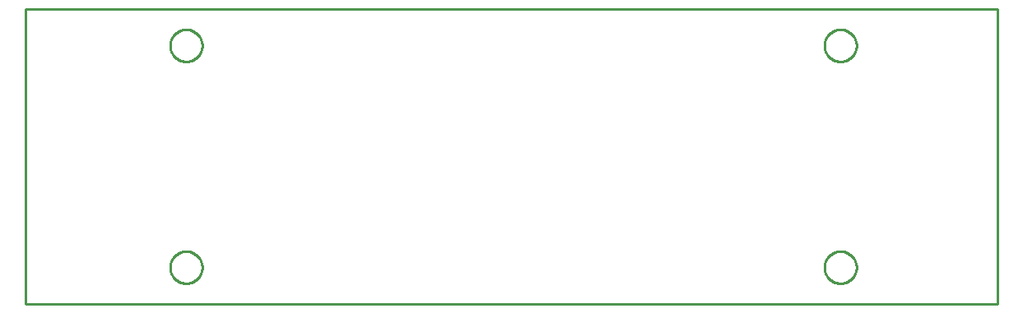
<source format=gbr>
G04 EAGLE Gerber RS-274X export*
G75*
%MOMM*%
%FSLAX34Y34*%
%LPD*%
%IN*%
%IPPOS*%
%AMOC8*
5,1,8,0,0,1.08239X$1,22.5*%
G01*
%ADD10C,0.254000*%


D10*
X0Y0D02*
X1000000Y0D01*
X1000000Y304700D01*
X0Y304700D01*
X0Y0D01*
X181610Y37560D02*
X181539Y36481D01*
X181398Y35409D01*
X181187Y34349D01*
X180908Y33305D01*
X180560Y32281D01*
X180146Y31283D01*
X179668Y30313D01*
X179128Y29377D01*
X178527Y28478D01*
X177869Y27621D01*
X177157Y26808D01*
X176392Y26044D01*
X175579Y25331D01*
X174722Y24673D01*
X173823Y24072D01*
X172887Y23532D01*
X171917Y23054D01*
X170919Y22640D01*
X169895Y22292D01*
X168851Y22013D01*
X167791Y21802D01*
X166719Y21661D01*
X165640Y21590D01*
X164560Y21590D01*
X163481Y21661D01*
X162409Y21802D01*
X161349Y22013D01*
X160305Y22292D01*
X159281Y22640D01*
X158283Y23054D01*
X157313Y23532D01*
X156377Y24072D01*
X155478Y24673D01*
X154621Y25331D01*
X153808Y26044D01*
X153044Y26808D01*
X152331Y27621D01*
X151673Y28478D01*
X151072Y29377D01*
X150532Y30313D01*
X150054Y31283D01*
X149640Y32281D01*
X149292Y33305D01*
X149013Y34349D01*
X148802Y35409D01*
X148661Y36481D01*
X148590Y37560D01*
X148590Y38640D01*
X148661Y39719D01*
X148802Y40791D01*
X149013Y41851D01*
X149292Y42895D01*
X149640Y43919D01*
X150054Y44917D01*
X150532Y45887D01*
X151072Y46823D01*
X151673Y47722D01*
X152331Y48579D01*
X153044Y49392D01*
X153808Y50157D01*
X154621Y50869D01*
X155478Y51527D01*
X156377Y52128D01*
X157313Y52668D01*
X158283Y53146D01*
X159281Y53560D01*
X160305Y53908D01*
X161349Y54187D01*
X162409Y54398D01*
X163481Y54539D01*
X164560Y54610D01*
X165640Y54610D01*
X166719Y54539D01*
X167791Y54398D01*
X168851Y54187D01*
X169895Y53908D01*
X170919Y53560D01*
X171917Y53146D01*
X172887Y52668D01*
X173823Y52128D01*
X174722Y51527D01*
X175579Y50869D01*
X176392Y50157D01*
X177157Y49392D01*
X177869Y48579D01*
X178527Y47722D01*
X179128Y46823D01*
X179668Y45887D01*
X180146Y44917D01*
X180560Y43919D01*
X180908Y42895D01*
X181187Y41851D01*
X181398Y40791D01*
X181539Y39719D01*
X181610Y38640D01*
X181610Y37560D01*
X181610Y266160D02*
X181539Y265081D01*
X181398Y264009D01*
X181187Y262949D01*
X180908Y261905D01*
X180560Y260881D01*
X180146Y259883D01*
X179668Y258913D01*
X179128Y257977D01*
X178527Y257078D01*
X177869Y256221D01*
X177157Y255408D01*
X176392Y254644D01*
X175579Y253931D01*
X174722Y253273D01*
X173823Y252672D01*
X172887Y252132D01*
X171917Y251654D01*
X170919Y251240D01*
X169895Y250892D01*
X168851Y250613D01*
X167791Y250402D01*
X166719Y250261D01*
X165640Y250190D01*
X164560Y250190D01*
X163481Y250261D01*
X162409Y250402D01*
X161349Y250613D01*
X160305Y250892D01*
X159281Y251240D01*
X158283Y251654D01*
X157313Y252132D01*
X156377Y252672D01*
X155478Y253273D01*
X154621Y253931D01*
X153808Y254644D01*
X153044Y255408D01*
X152331Y256221D01*
X151673Y257078D01*
X151072Y257977D01*
X150532Y258913D01*
X150054Y259883D01*
X149640Y260881D01*
X149292Y261905D01*
X149013Y262949D01*
X148802Y264009D01*
X148661Y265081D01*
X148590Y266160D01*
X148590Y267240D01*
X148661Y268319D01*
X148802Y269391D01*
X149013Y270451D01*
X149292Y271495D01*
X149640Y272519D01*
X150054Y273517D01*
X150532Y274487D01*
X151072Y275423D01*
X151673Y276322D01*
X152331Y277179D01*
X153044Y277992D01*
X153808Y278757D01*
X154621Y279469D01*
X155478Y280127D01*
X156377Y280728D01*
X157313Y281268D01*
X158283Y281746D01*
X159281Y282160D01*
X160305Y282508D01*
X161349Y282787D01*
X162409Y282998D01*
X163481Y283139D01*
X164560Y283210D01*
X165640Y283210D01*
X166719Y283139D01*
X167791Y282998D01*
X168851Y282787D01*
X169895Y282508D01*
X170919Y282160D01*
X171917Y281746D01*
X172887Y281268D01*
X173823Y280728D01*
X174722Y280127D01*
X175579Y279469D01*
X176392Y278757D01*
X177157Y277992D01*
X177869Y277179D01*
X178527Y276322D01*
X179128Y275423D01*
X179668Y274487D01*
X180146Y273517D01*
X180560Y272519D01*
X180908Y271495D01*
X181187Y270451D01*
X181398Y269391D01*
X181539Y268319D01*
X181610Y267240D01*
X181610Y266160D01*
X854710Y266160D02*
X854639Y265081D01*
X854498Y264009D01*
X854287Y262949D01*
X854008Y261905D01*
X853660Y260881D01*
X853246Y259883D01*
X852768Y258913D01*
X852228Y257977D01*
X851627Y257078D01*
X850969Y256221D01*
X850257Y255408D01*
X849492Y254644D01*
X848679Y253931D01*
X847822Y253273D01*
X846923Y252672D01*
X845987Y252132D01*
X845017Y251654D01*
X844019Y251240D01*
X842995Y250892D01*
X841951Y250613D01*
X840891Y250402D01*
X839819Y250261D01*
X838740Y250190D01*
X837660Y250190D01*
X836581Y250261D01*
X835509Y250402D01*
X834449Y250613D01*
X833405Y250892D01*
X832381Y251240D01*
X831383Y251654D01*
X830413Y252132D01*
X829477Y252672D01*
X828578Y253273D01*
X827721Y253931D01*
X826908Y254644D01*
X826144Y255408D01*
X825431Y256221D01*
X824773Y257078D01*
X824172Y257977D01*
X823632Y258913D01*
X823154Y259883D01*
X822740Y260881D01*
X822392Y261905D01*
X822113Y262949D01*
X821902Y264009D01*
X821761Y265081D01*
X821690Y266160D01*
X821690Y267240D01*
X821761Y268319D01*
X821902Y269391D01*
X822113Y270451D01*
X822392Y271495D01*
X822740Y272519D01*
X823154Y273517D01*
X823632Y274487D01*
X824172Y275423D01*
X824773Y276322D01*
X825431Y277179D01*
X826144Y277992D01*
X826908Y278757D01*
X827721Y279469D01*
X828578Y280127D01*
X829477Y280728D01*
X830413Y281268D01*
X831383Y281746D01*
X832381Y282160D01*
X833405Y282508D01*
X834449Y282787D01*
X835509Y282998D01*
X836581Y283139D01*
X837660Y283210D01*
X838740Y283210D01*
X839819Y283139D01*
X840891Y282998D01*
X841951Y282787D01*
X842995Y282508D01*
X844019Y282160D01*
X845017Y281746D01*
X845987Y281268D01*
X846923Y280728D01*
X847822Y280127D01*
X848679Y279469D01*
X849492Y278757D01*
X850257Y277992D01*
X850969Y277179D01*
X851627Y276322D01*
X852228Y275423D01*
X852768Y274487D01*
X853246Y273517D01*
X853660Y272519D01*
X854008Y271495D01*
X854287Y270451D01*
X854498Y269391D01*
X854639Y268319D01*
X854710Y267240D01*
X854710Y266160D01*
X854710Y37560D02*
X854639Y36481D01*
X854498Y35409D01*
X854287Y34349D01*
X854008Y33305D01*
X853660Y32281D01*
X853246Y31283D01*
X852768Y30313D01*
X852228Y29377D01*
X851627Y28478D01*
X850969Y27621D01*
X850257Y26808D01*
X849492Y26044D01*
X848679Y25331D01*
X847822Y24673D01*
X846923Y24072D01*
X845987Y23532D01*
X845017Y23054D01*
X844019Y22640D01*
X842995Y22292D01*
X841951Y22013D01*
X840891Y21802D01*
X839819Y21661D01*
X838740Y21590D01*
X837660Y21590D01*
X836581Y21661D01*
X835509Y21802D01*
X834449Y22013D01*
X833405Y22292D01*
X832381Y22640D01*
X831383Y23054D01*
X830413Y23532D01*
X829477Y24072D01*
X828578Y24673D01*
X827721Y25331D01*
X826908Y26044D01*
X826144Y26808D01*
X825431Y27621D01*
X824773Y28478D01*
X824172Y29377D01*
X823632Y30313D01*
X823154Y31283D01*
X822740Y32281D01*
X822392Y33305D01*
X822113Y34349D01*
X821902Y35409D01*
X821761Y36481D01*
X821690Y37560D01*
X821690Y38640D01*
X821761Y39719D01*
X821902Y40791D01*
X822113Y41851D01*
X822392Y42895D01*
X822740Y43919D01*
X823154Y44917D01*
X823632Y45887D01*
X824172Y46823D01*
X824773Y47722D01*
X825431Y48579D01*
X826144Y49392D01*
X826908Y50157D01*
X827721Y50869D01*
X828578Y51527D01*
X829477Y52128D01*
X830413Y52668D01*
X831383Y53146D01*
X832381Y53560D01*
X833405Y53908D01*
X834449Y54187D01*
X835509Y54398D01*
X836581Y54539D01*
X837660Y54610D01*
X838740Y54610D01*
X839819Y54539D01*
X840891Y54398D01*
X841951Y54187D01*
X842995Y53908D01*
X844019Y53560D01*
X845017Y53146D01*
X845987Y52668D01*
X846923Y52128D01*
X847822Y51527D01*
X848679Y50869D01*
X849492Y50157D01*
X850257Y49392D01*
X850969Y48579D01*
X851627Y47722D01*
X852228Y46823D01*
X852768Y45887D01*
X853246Y44917D01*
X853660Y43919D01*
X854008Y42895D01*
X854287Y41851D01*
X854498Y40791D01*
X854639Y39719D01*
X854710Y38640D01*
X854710Y37560D01*
M02*

</source>
